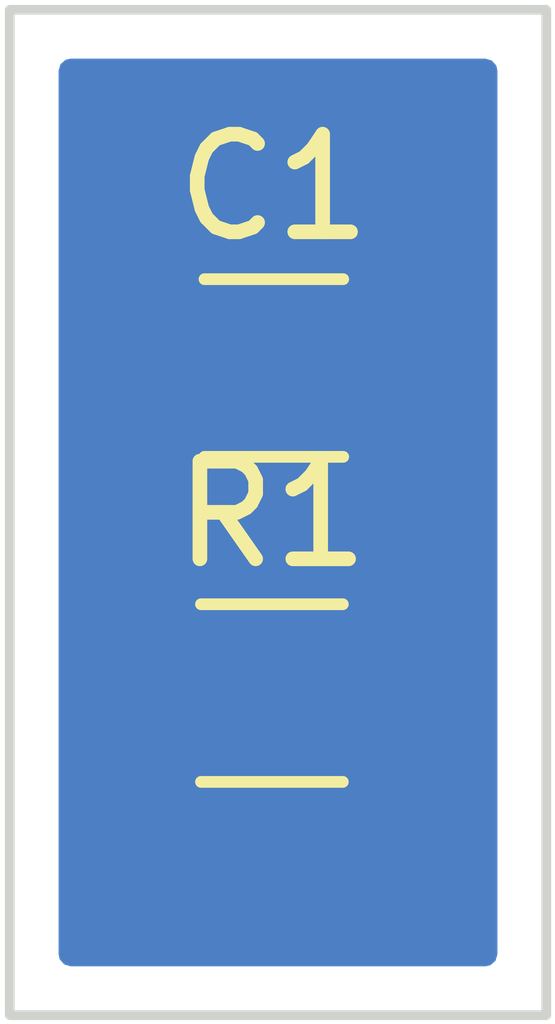
<source format=kicad_pcb>
(kicad_pcb (version 20241229) (generator "pcbnew") (generator_version "9.0")
  (layers (0 "F.Cu" signal) (2 "B.Cu" signal) (13 "F.Paste" user) (15 "B.Paste" user) (5 "F.SilkS" user "F.Silkscreen") (7 "B.SilkS" user "B.Silkscreen") (1 "F.Mask" user) (3 "B.Mask" user) (25 "Edge.Cuts" user))
  (net 0 "")
  (net 1 "GND")
  (net 2 "Net-(C1-Pad1)")
  (footprint "Capacitor_SMD:C_1206_3216Metric" (layer "F.Cu") (at 157.2075 84.27)
    (property "Reference" "C1" (at 0 -1.85 0) (layer "F.SilkS"))
    (property "Value" "10p")
    (fp_line (start -0.711252 -0.91) (end 0.711252 -0.91) (stroke (width 0.12)) (layer "F.SilkS"))
    (fp_line (start -0.711252 0.91) (end 0.711252 0.91) (stroke (width 0.12)) (layer "F.SilkS"))
    (pad "1" smd roundrect (at -1.475 0) (size 1.15 1.8) (layers "F.Cu" "F.Mask" "F.Paste") (roundrect_rratio 0.217391) (net 2 "Net-(C1-Pad1)"))
    (pad "2" smd roundrect (at 1.475 0) (size 1.15 1.8) (layers "F.Cu" "F.Mask" "F.Paste") (roundrect_rratio 0.217391) (net 1 "GND"))
  )
  (footprint "Resistor_SMD:R_1206_3216Metric" (layer "F.Cu") (at 157.1875 87.6)
    (property "Reference" "R1" (at 0 -1.83 0) (layer "F.SilkS"))
    (property "Value" "1k")
    (fp_line (start -0.727064 -0.91) (end 0.727064 -0.91) (stroke (width 0.12)) (layer "F.SilkS"))
    (fp_line (start -0.727064 0.91) (end 0.727064 0.91) (stroke (width 0.12)) (layer "F.SilkS"))
    (pad "1" smd roundrect (at -1.4625 0) (size 1.125 1.75) (layers "F.Cu" "F.Mask" "F.Paste") (roundrect_rratio 0.222222) (net 2 "Net-(C1-Pad1)"))
    (pad "2" smd roundrect (at 1.4625 0) (size 1.125 1.75) (layers "F.Cu" "F.Mask" "F.Paste") (roundrect_rratio 0.222222) (net 1 "GND"))
  )
  (gr_rect (start 154.5 80.6) (end 160 90.9) (stroke (width 0.1)) (fill no) (layer "Edge.Cuts"))
  (segment (start 155.725 84.2775) (end 155.7325 84.27) (width 0.2) (layer "F.Cu") (net 2))
  (segment (start 155.725 87.6) (end 155.725 84.2775) (width 0.2) (layer "F.Cu") (net 2))
  (zone (net 1) (net_name "GND") (layer "B.Cu") (connect_pads yes (clearance 0.5)) (min_thickness 0.25) (fill yes (thermal_gap 0.5) (thermal_bridge_width 0.5))
    (polygon (pts (xy 154.4 80.5) (xy 160.1 80.5) (xy 160.1 90.9) (xy 160 91) (xy 154.4 91)))
  )
)
</source>
